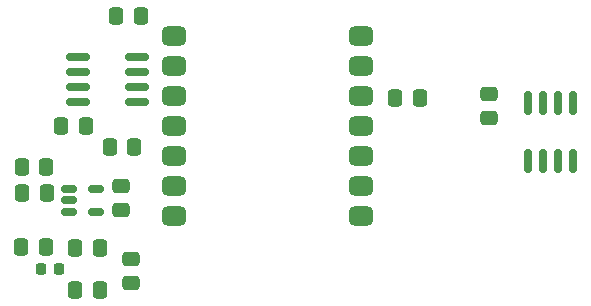
<source format=gbr>
%TF.GenerationSoftware,KiCad,Pcbnew,7.0.7*%
%TF.CreationDate,2024-03-01T11:29:19-05:00*%
%TF.ProjectId,Sh_mas,5368e96d-6173-42e6-9b69-6361645f7063,1.0*%
%TF.SameCoordinates,Original*%
%TF.FileFunction,Paste,Bot*%
%TF.FilePolarity,Positive*%
%FSLAX46Y46*%
G04 Gerber Fmt 4.6, Leading zero omitted, Abs format (unit mm)*
G04 Created by KiCad (PCBNEW 7.0.7) date 2024-03-01 11:29:19*
%MOMM*%
%LPD*%
G01*
G04 APERTURE LIST*
G04 Aperture macros list*
%AMRoundRect*
0 Rectangle with rounded corners*
0 $1 Rounding radius*
0 $2 $3 $4 $5 $6 $7 $8 $9 X,Y pos of 4 corners*
0 Add a 4 corners polygon primitive as box body*
4,1,4,$2,$3,$4,$5,$6,$7,$8,$9,$2,$3,0*
0 Add four circle primitives for the rounded corners*
1,1,$1+$1,$2,$3*
1,1,$1+$1,$4,$5*
1,1,$1+$1,$6,$7*
1,1,$1+$1,$8,$9*
0 Add four rect primitives between the rounded corners*
20,1,$1+$1,$2,$3,$4,$5,0*
20,1,$1+$1,$4,$5,$6,$7,0*
20,1,$1+$1,$6,$7,$8,$9,0*
20,1,$1+$1,$8,$9,$2,$3,0*%
G04 Aperture macros list end*
%ADD10RoundRect,0.250000X0.337500X0.475000X-0.337500X0.475000X-0.337500X-0.475000X0.337500X-0.475000X0*%
%ADD11RoundRect,0.225000X-0.225000X-0.250000X0.225000X-0.250000X0.225000X0.250000X-0.225000X0.250000X0*%
%ADD12RoundRect,0.250000X0.475000X-0.337500X0.475000X0.337500X-0.475000X0.337500X-0.475000X-0.337500X0*%
%ADD13RoundRect,0.150000X-0.825000X-0.150000X0.825000X-0.150000X0.825000X0.150000X-0.825000X0.150000X0*%
%ADD14RoundRect,0.250000X-0.337500X-0.475000X0.337500X-0.475000X0.337500X0.475000X-0.337500X0.475000X0*%
%ADD15RoundRect,0.407500X0.592500X-0.407500X0.592500X0.407500X-0.592500X0.407500X-0.592500X-0.407500X0*%
%ADD16RoundRect,0.407500X-0.592500X0.407500X-0.592500X-0.407500X0.592500X-0.407500X0.592500X0.407500X0*%
%ADD17RoundRect,0.150000X-0.150000X0.825000X-0.150000X-0.825000X0.150000X-0.825000X0.150000X0.825000X0*%
%ADD18RoundRect,0.150000X-0.512500X-0.150000X0.512500X-0.150000X0.512500X0.150000X-0.512500X0.150000X0*%
%ADD19RoundRect,0.250000X-0.475000X0.337500X-0.475000X-0.337500X0.475000X-0.337500X0.475000X0.337500X0*%
G04 APERTURE END LIST*
D10*
%TO.C,R7*%
X109437500Y-74100000D03*
X107362500Y-74100000D03*
%TD*%
D11*
%TO.C,FB1*%
X101525000Y-84400000D03*
X103075000Y-84400000D03*
%TD*%
D10*
%TO.C,C9*%
X105337500Y-72300000D03*
X103262500Y-72300000D03*
%TD*%
D12*
%TO.C,R5*%
X109200000Y-85637500D03*
X109200000Y-83562500D03*
%TD*%
D13*
%TO.C,U6*%
X104700000Y-70255000D03*
X104700000Y-68985000D03*
X104700000Y-67715000D03*
X104700000Y-66445000D03*
X109650000Y-66445000D03*
X109650000Y-67715000D03*
X109650000Y-68985000D03*
X109650000Y-70255000D03*
%TD*%
D14*
%TO.C,R3*%
X99937500Y-75800000D03*
X102012500Y-75800000D03*
%TD*%
D10*
%TO.C,C7*%
X101937500Y-82550000D03*
X99862500Y-82550000D03*
%TD*%
D12*
%TO.C,C1*%
X139500000Y-71637500D03*
X139500000Y-69562500D03*
%TD*%
D10*
%TO.C,C11*%
X133612500Y-69950000D03*
X131537500Y-69950000D03*
%TD*%
%TO.C,C5*%
X102037500Y-78000000D03*
X99962500Y-78000000D03*
%TD*%
D15*
%TO.C,U3*%
X112775000Y-79950000D03*
D16*
X112775000Y-77410000D03*
X112775000Y-74870000D03*
X112775000Y-72330000D03*
X112775000Y-69790000D03*
X112775000Y-67250000D03*
X112775000Y-64710000D03*
X128675000Y-64710000D03*
X128675000Y-67250000D03*
X128675000Y-69790000D03*
X128675000Y-72330000D03*
X128675000Y-74870000D03*
X128640232Y-77410000D03*
X128675000Y-79950000D03*
%TD*%
D17*
%TO.C,U7*%
X142795000Y-70325000D03*
X144065000Y-70325000D03*
X145335000Y-70325000D03*
X146605000Y-70325000D03*
X146605000Y-75275000D03*
X145335000Y-75275000D03*
X144065000Y-75275000D03*
X142795000Y-75275000D03*
%TD*%
D10*
%TO.C,C6*%
X106537500Y-82600000D03*
X104462500Y-82600000D03*
%TD*%
D14*
%TO.C,C15*%
X104462500Y-86200000D03*
X106537500Y-86200000D03*
%TD*%
D18*
%TO.C,U1*%
X103962500Y-79550000D03*
X103962500Y-78600000D03*
X103962500Y-77650000D03*
X106237500Y-77650000D03*
X106237500Y-79550000D03*
%TD*%
D14*
%TO.C,R6*%
X107937500Y-62950000D03*
X110012500Y-62950000D03*
%TD*%
D19*
%TO.C,R4*%
X108300000Y-77362500D03*
X108300000Y-79437500D03*
%TD*%
M02*

</source>
